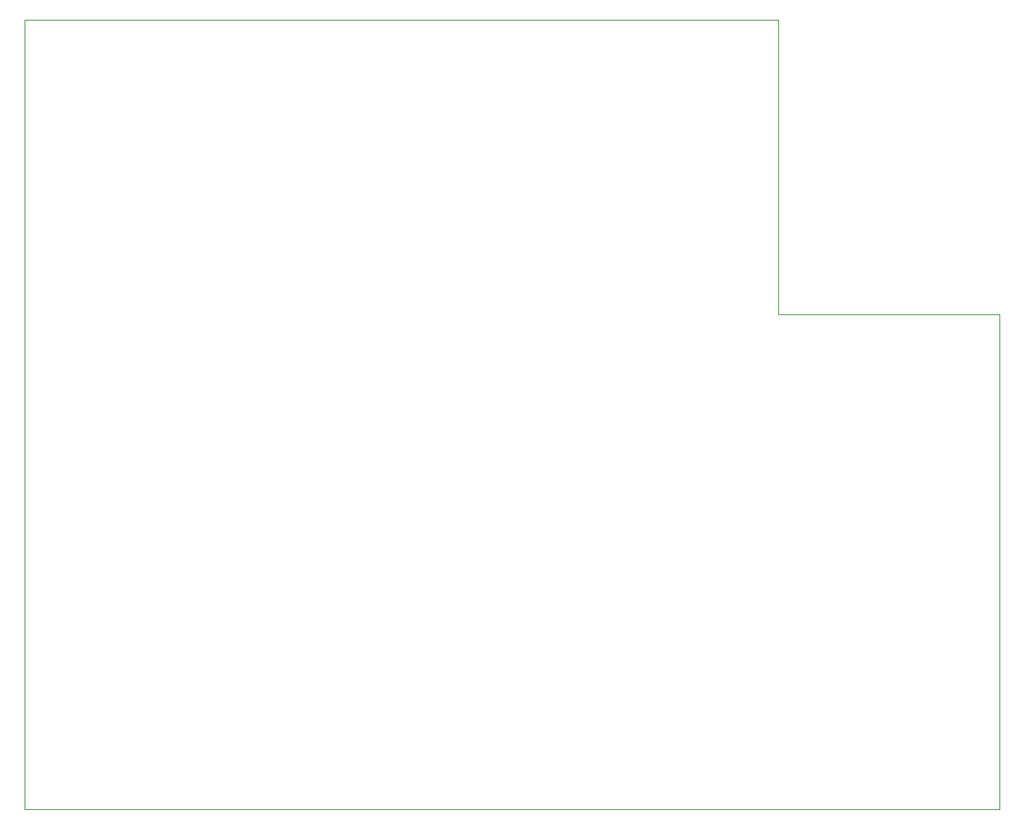
<source format=gbr>
%TF.GenerationSoftware,KiCad,Pcbnew,(6.0.1-0)*%
%TF.CreationDate,2022-04-10T14:57:14-07:00*%
%TF.ProjectId,CocktailMachine,436f636b-7461-4696-9c4d-616368696e65,rev?*%
%TF.SameCoordinates,Original*%
%TF.FileFunction,Profile,NP*%
%FSLAX46Y46*%
G04 Gerber Fmt 4.6, Leading zero omitted, Abs format (unit mm)*
G04 Created by KiCad (PCBNEW (6.0.1-0)) date 2022-04-10 14:57:14*
%MOMM*%
%LPD*%
G01*
G04 APERTURE LIST*
%TA.AperFunction,Profile*%
%ADD10C,0.025400*%
%TD*%
G04 APERTURE END LIST*
D10*
X154940000Y-139300000D02*
X154940000Y-86360000D01*
X50800000Y-54864000D02*
X110744000Y-54864000D01*
X131318000Y-86360000D02*
X132842000Y-86360000D01*
X131318000Y-86360000D02*
X131318000Y-54864000D01*
X132842000Y-86360000D02*
X154940000Y-86360000D01*
X50800000Y-139300000D02*
X154940000Y-139300000D01*
X50800000Y-54864000D02*
X50800000Y-54864000D01*
X110744000Y-54864000D02*
X131318000Y-54864000D01*
X50800000Y-54864000D02*
X50800000Y-139300000D01*
M02*

</source>
